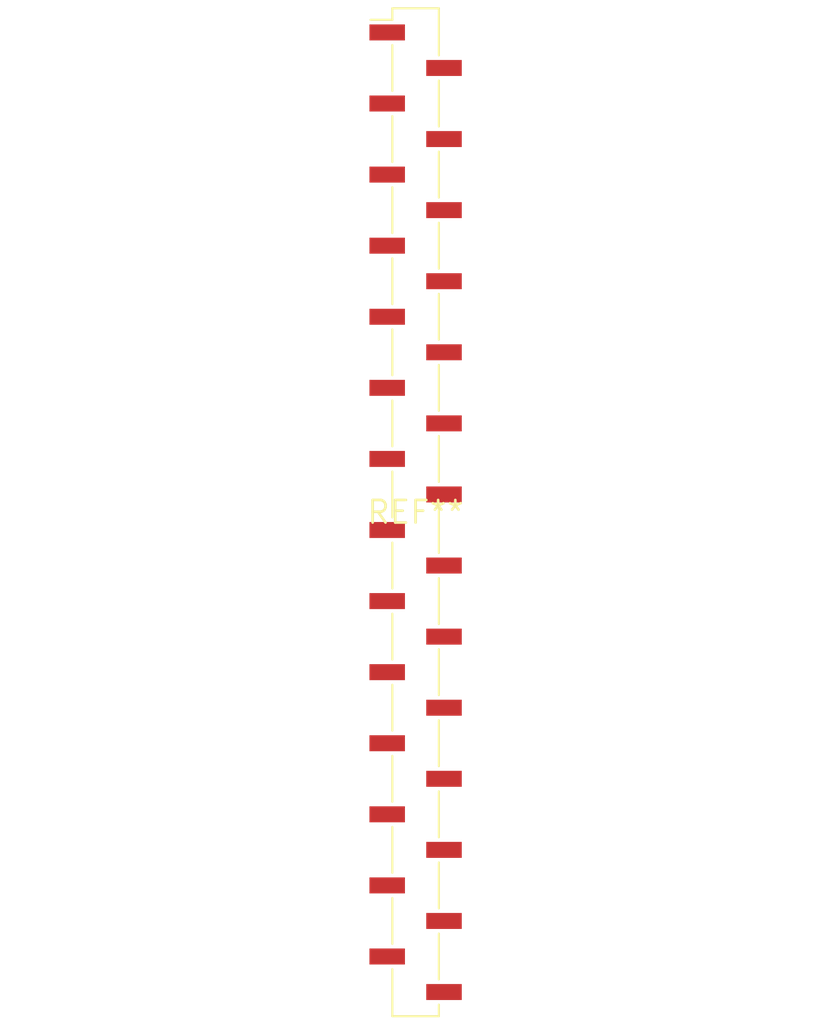
<source format=kicad_pcb>
(kicad_pcb (version 20240108) (generator pcbnew)
  (layers (0 "F.Cu" signal) (31 "B.Cu" signal) (34 "B.Paste" user) (35 "F.Paste" user) (36 "B.SilkS" user "B.Silkscreen") (37 "F.SilkS" user "F.Silkscreen") (38 "B.Mask" user) (39 "F.Mask" user) (44 "Edge.Cuts" user))
  (net 0 "")
  (footprint "PinSocket_1x28_P2.00mm_Vertical_SMD_Pin1Left" (layer "F.Cu") (at 0 0)
    (property "Reference" "REF**")
    (property "Value" "PinSocket_1x28_P2.00mm_Vertical_SMD_Pin1Left")
    (fp_line (start -2.54 -27.71) (end -1.31 -27.71) (layer "F.SilkS") (stroke (width 0.12)))
    (fp_line (start -1.31 -28.36) (end -1.31 -27.71) (layer "F.SilkS") (stroke (width 0.12)))
    (fp_line (start -1.31 -28.36) (end 1.31 -28.36) (layer "F.SilkS") (stroke (width 0.12)))
    (fp_line (start -1.31 -26.29) (end -1.31 -23.71) (layer "F.SilkS") (stroke (width 0.12)))
    (fp_line (start -1.31 -22.29) (end -1.31 -19.71) (layer "F.SilkS") (stroke (width 0.12)))
    (fp_line (start -1.31 -18.29) (end -1.31 -15.71) (layer "F.SilkS") (stroke (width 0.12)))
    (fp_line (start -1.31 -14.29) (end -1.31 -11.71) (layer "F.SilkS") (stroke (width 0.12)))
    (fp_line (start -1.31 -10.29) (end -1.31 -7.71) (layer "F.SilkS") (stroke (width 0.12)))
    (fp_line (start -1.31 -6.29) (end -1.31 -3.71) (layer "F.SilkS") (stroke (width 0.12)))
    (fp_line (start -1.31 -2.29) (end -1.31 0.29) (layer "F.SilkS") (stroke (width 0.12)))
    (fp_line (start -1.31 1.71) (end -1.31 4.29) (layer "F.SilkS") (stroke (width 0.12)))
    (fp_line (start -1.31 5.71) (end -1.31 8.29) (layer "F.SilkS") (stroke (width 0.12)))
    (fp_line (start -1.31 9.71) (end -1.31 12.29) (layer "F.SilkS") (stroke (width 0.12)))
    (fp_line (start -1.31 13.71) (end -1.31 16.29) (layer "F.SilkS") (stroke (width 0.12)))
    (fp_line (start -1.31 17.71) (end -1.31 20.29) (layer "F.SilkS") (stroke (width 0.12)))
    (fp_line (start -1.31 21.71) (end -1.31 24.29) (layer "F.SilkS") (stroke (width 0.12)))
    (fp_line (start -1.31 25.71) (end -1.31 28.36) (layer "F.SilkS") (stroke (width 0.12)))
    (fp_line (start -1.31 28.36) (end 1.31 28.36) (layer "F.SilkS") (stroke (width 0.12)))
    (fp_line (start 1.31 -28.36) (end 1.31 -25.71) (layer "F.SilkS") (stroke (width 0.12)))
    (fp_line (start 1.31 -24.29) (end 1.31 -21.71) (layer "F.SilkS") (stroke (width 0.12)))
    (fp_line (start 1.31 -20.29) (end 1.31 -17.71) (layer "F.SilkS") (stroke (width 0.12)))
    (fp_line (start 1.31 -16.29) (end 1.31 -13.71) (layer "F.SilkS") (stroke (width 0.12)))
    (fp_line (start 1.31 -12.29) (end 1.31 -9.71) (layer "F.SilkS") (stroke (width 0.12)))
    (fp_line (start 1.31 -8.29) (end 1.31 -5.71) (layer "F.SilkS") (stroke (width 0.12)))
    (fp_line (start 1.31 -4.29) (end 1.31 -1.71) (layer "F.SilkS") (stroke (width 0.12)))
    (fp_line (start 1.31 -0.29) (end 1.31 2.29) (layer "F.SilkS") (stroke (width 0.12)))
    (fp_line (start 1.31 3.71) (end 1.31 6.29) (layer "F.SilkS") (stroke (width 0.12)))
    (fp_line (start 1.31 7.71) (end 1.31 10.29) (layer "F.SilkS") (stroke (width 0.12)))
    (fp_line (start 1.31 11.71) (end 1.31 14.29) (layer "F.SilkS") (stroke (width 0.12)))
    (fp_line (start 1.31 15.71) (end 1.31 18.29) (layer "F.SilkS") (stroke (width 0.12)))
    (fp_line (start 1.31 19.71) (end 1.31 22.29) (layer "F.SilkS") (stroke (width 0.12)))
    (fp_line (start 1.31 23.71) (end 1.31 26.29) (layer "F.SilkS") (stroke (width 0.12)))
    (fp_line (start 1.31 27.71) (end 1.31 28.36) (layer "F.SilkS") (stroke (width 0.12)))
    (pad "1" smd rect (at -1.6 -27) (size 2 0.9) (layers "F.Cu" "F.Paste" "F.Mask"))
    (pad "2" smd rect (at 1.6 -25) (size 2 0.9) (layers "F.Cu" "F.Paste" "F.Mask"))
    (pad "3" smd rect (at -1.6 -23) (size 2 0.9) (layers "F.Cu" "F.Paste" "F.Mask"))
    (pad "4" smd rect (at 1.6 -21) (size 2 0.9) (layers "F.Cu" "F.Paste" "F.Mask"))
    (pad "5" smd rect (at -1.6 -19) (size 2 0.9) (layers "F.Cu" "F.Paste" "F.Mask"))
    (pad "6" smd rect (at 1.6 -17) (size 2 0.9) (layers "F.Cu" "F.Paste" "F.Mask"))
    (pad "7" smd rect (at -1.6 -15) (size 2 0.9) (layers "F.Cu" "F.Paste" "F.Mask"))
    (pad "8" smd rect (at 1.6 -13) (size 2 0.9) (layers "F.Cu" "F.Paste" "F.Mask"))
    (pad "9" smd rect (at -1.6 -11) (size 2 0.9) (layers "F.Cu" "F.Paste" "F.Mask"))
    (pad "10" smd rect (at 1.6 -9) (size 2 0.9) (layers "F.Cu" "F.Paste" "F.Mask"))
    (pad "11" smd rect (at -1.6 -7) (size 2 0.9) (layers "F.Cu" "F.Paste" "F.Mask"))
    (pad "12" smd rect (at 1.6 -5) (size 2 0.9) (layers "F.Cu" "F.Paste" "F.Mask"))
    (pad "13" smd rect (at -1.6 -3) (size 2 0.9) (layers "F.Cu" "F.Paste" "F.Mask"))
    (pad "14" smd rect (at 1.6 -1) (size 2 0.9) (layers "F.Cu" "F.Paste" "F.Mask"))
    (pad "15" smd rect (at -1.6 1) (size 2 0.9) (layers "F.Cu" "F.Paste" "F.Mask"))
    (pad "16" smd rect (at 1.6 3) (size 2 0.9) (layers "F.Cu" "F.Paste" "F.Mask"))
    (pad "17" smd rect (at -1.6 5) (size 2 0.9) (layers "F.Cu" "F.Paste" "F.Mask"))
    (pad "18" smd rect (at 1.6 7) (size 2 0.9) (layers "F.Cu" "F.Paste" "F.Mask"))
    (pad "19" smd rect (at -1.6 9) (size 2 0.9) (layers "F.Cu" "F.Paste" "F.Mask"))
    (pad "20" smd rect (at 1.6 11) (size 2 0.9) (layers "F.Cu" "F.Paste" "F.Mask"))
    (pad "21" smd rect (at -1.6 13) (size 2 0.9) (layers "F.Cu" "F.Paste" "F.Mask"))
    (pad "22" smd rect (at 1.6 15) (size 2 0.9) (layers "F.Cu" "F.Paste" "F.Mask"))
    (pad "23" smd rect (at -1.6 17) (size 2 0.9) (layers "F.Cu" "F.Paste" "F.Mask"))
    (pad "24" smd rect (at 1.6 19) (size 2 0.9) (layers "F.Cu" "F.Paste" "F.Mask"))
    (pad "25" smd rect (at -1.6 21) (size 2 0.9) (layers "F.Cu" "F.Paste" "F.Mask"))
    (pad "26" smd rect (at 1.6 23) (size 2 0.9) (layers "F.Cu" "F.Paste" "F.Mask"))
    (pad "27" smd rect (at -1.6 25) (size 2 0.9) (layers "F.Cu" "F.Paste" "F.Mask"))
    (pad "28" smd rect (at 1.6 27) (size 2 0.9) (layers "F.Cu" "F.Paste" "F.Mask"))
  )
)
</source>
